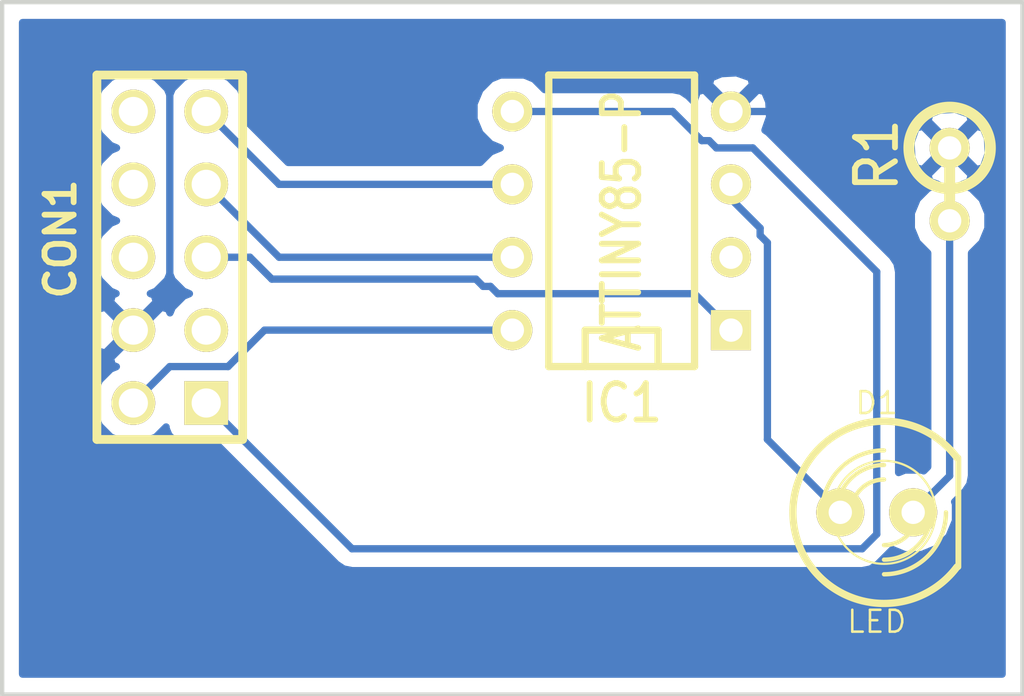
<source format=kicad_pcb>
(kicad_pcb (version 3) (host pcbnew "(2013-jul-07)-stable")

  (general
    (links 9)
    (no_connects 0)
    (area 215.646 147.066 251.46 171.45)
    (thickness 1.6)
    (drawings 4)
    (tracks 41)
    (zones 0)
    (modules 4)
    (nets 9)
  )

  (page A3)
  (layers
    (15 F.Cu signal)
    (0 B.Cu signal)
    (16 B.Adhes user)
    (17 F.Adhes user)
    (18 B.Paste user)
    (19 F.Paste user)
    (20 B.SilkS user)
    (21 F.SilkS user)
    (22 B.Mask user)
    (23 F.Mask user)
    (24 Dwgs.User user)
    (25 Cmts.User user)
    (26 Eco1.User user)
    (27 Eco2.User user)
    (28 Edge.Cuts user)
  )

  (setup
    (last_trace_width 0.254)
    (trace_clearance 0.254)
    (zone_clearance 0.508)
    (zone_45_only no)
    (trace_min 0.254)
    (segment_width 0.2)
    (edge_width 0.15)
    (via_size 0.889)
    (via_drill 0.635)
    (via_min_size 0.889)
    (via_min_drill 0.508)
    (uvia_size 0.508)
    (uvia_drill 0.127)
    (uvias_allowed no)
    (uvia_min_size 0.508)
    (uvia_min_drill 0.127)
    (pcb_text_width 0.3)
    (pcb_text_size 1.5 1.5)
    (mod_edge_width 0.15)
    (mod_text_size 1.5 1.5)
    (mod_text_width 0.15)
    (pad_size 1.524 1.524)
    (pad_drill 0.762)
    (pad_to_mask_clearance 0.2)
    (aux_axis_origin 0 0)
    (visible_elements FFFFFBBF)
    (pcbplotparams
      (layerselection 3178497)
      (usegerberextensions true)
      (excludeedgelayer true)
      (linewidth 0.100000)
      (plotframeref false)
      (viasonmask false)
      (mode 1)
      (useauxorigin false)
      (hpglpennumber 1)
      (hpglpenspeed 20)
      (hpglpendiameter 15)
      (hpglpenoverlay 2)
      (psnegative false)
      (psa4output false)
      (plotreference true)
      (plotvalue true)
      (plotothertext true)
      (plotinvisibletext false)
      (padsonsilk false)
      (subtractmaskfromsilk false)
      (outputformat 1)
      (mirror false)
      (drillshape 1)
      (scaleselection 1)
      (outputdirectory ""))
  )

  (net 0 "")
  (net 1 GND)
  (net 2 N-000001)
  (net 3 N-0000012)
  (net 4 N-000002)
  (net 5 N-000003)
  (net 6 N-000004)
  (net 7 N-000005)
  (net 8 VCC)

  (net_class Default "This is the default net class."
    (clearance 0.254)
    (trace_width 0.254)
    (via_dia 0.889)
    (via_drill 0.635)
    (uvia_dia 0.508)
    (uvia_drill 0.127)
    (add_net "")
    (add_net GND)
    (add_net N-000001)
    (add_net N-0000012)
    (add_net N-000002)
    (add_net N-000003)
    (add_net N-000004)
    (add_net N-000005)
    (add_net VCC)
  )

  (module R1   placed (layer F.Cu) (tedit 200000) (tstamp 569A259E)
    (at 248.92 153.67 270)
    (descr "Resistance verticale")
    (tags R)
    (path /569573E2)
    (autoplace_cost90 10)
    (autoplace_cost180 10)
    (fp_text reference R1 (at -1.016 2.54 270) (layer F.SilkS)
      (effects (font (size 1.397 1.27) (thickness 0.2032)))
    )
    (fp_text value 1k (at -1.143 2.54 270) (layer F.SilkS) hide
      (effects (font (size 1.397 1.27) (thickness 0.2032)))
    )
    (fp_line (start -1.27 0) (end 1.27 0) (layer F.SilkS) (width 0.381))
    (fp_circle (center -1.27 0) (end -0.635 1.27) (layer F.SilkS) (width 0.381))
    (pad 1 thru_hole circle (at -1.27 0 270) (size 1.397 1.397) (drill 0.8128)
      (layers *.Cu *.Mask F.SilkS)
      (net 1 GND)
    )
    (pad 2 thru_hole circle (at 1.27 0 270) (size 1.397 1.397) (drill 0.8128)
      (layers *.Cu *.Mask F.SilkS)
      (net 3 N-0000012)
    )
    (model discret/verti_resistor.wrl
      (at (xyz 0 0 0))
      (scale (xyz 1 1 1))
      (rotate (xyz 0 0 0))
    )
  )

  (module PIN_ARRAY_5x2   placed (layer F.Cu) (tedit 3FCF2109) (tstamp 569A2595)
    (at 221.742 156.21 90)
    (descr "Double rangee de contacts 2 x 5 pins")
    (tags CONN)
    (path /5695753F)
    (fp_text reference CON1 (at 0.635 -3.81 90) (layer F.SilkS)
      (effects (font (size 1.016 1.016) (thickness 0.2032)))
    )
    (fp_text value AVR-ISP-10 (at 0 -3.81 90) (layer F.SilkS) hide
      (effects (font (size 1.016 1.016) (thickness 0.2032)))
    )
    (fp_line (start -6.35 -2.54) (end 6.35 -2.54) (layer F.SilkS) (width 0.3048))
    (fp_line (start 6.35 -2.54) (end 6.35 2.54) (layer F.SilkS) (width 0.3048))
    (fp_line (start 6.35 2.54) (end -6.35 2.54) (layer F.SilkS) (width 0.3048))
    (fp_line (start -6.35 2.54) (end -6.35 -2.54) (layer F.SilkS) (width 0.3048))
    (pad 1 thru_hole rect (at -5.08 1.27 90) (size 1.524 1.524) (drill 1.016)
      (layers *.Cu *.Mask F.SilkS)
      (net 4 N-000002)
    )
    (pad 2 thru_hole circle (at -5.08 -1.27 90) (size 1.524 1.524) (drill 1.016)
      (layers *.Cu *.Mask F.SilkS)
      (net 8 VCC)
    )
    (pad 3 thru_hole circle (at -2.54 1.27 90) (size 1.524 1.524) (drill 1.016)
      (layers *.Cu *.Mask F.SilkS)
    )
    (pad 4 thru_hole circle (at -2.54 -1.27 90) (size 1.524 1.524) (drill 1.016)
      (layers *.Cu *.Mask F.SilkS)
      (net 1 GND)
    )
    (pad 5 thru_hole circle (at 0 1.27 90) (size 1.524 1.524) (drill 1.016)
      (layers *.Cu *.Mask F.SilkS)
      (net 7 N-000005)
    )
    (pad 6 thru_hole circle (at 0 -1.27 90) (size 1.524 1.524) (drill 1.016)
      (layers *.Cu *.Mask F.SilkS)
    )
    (pad 7 thru_hole circle (at 2.54 1.27 90) (size 1.524 1.524) (drill 1.016)
      (layers *.Cu *.Mask F.SilkS)
      (net 6 N-000004)
    )
    (pad 8 thru_hole circle (at 2.54 -1.27 90) (size 1.524 1.524) (drill 1.016)
      (layers *.Cu *.Mask F.SilkS)
    )
    (pad 9 thru_hole circle (at 5.08 1.27 90) (size 1.524 1.524) (drill 1.016)
      (layers *.Cu *.Mask F.SilkS)
      (net 5 N-000003)
    )
    (pad 10 thru_hole circle (at 5.08 -1.27 90) (size 1.524 1.524) (drill 1.016)
      (layers *.Cu *.Mask F.SilkS)
    )
    (model pin_array/pins_array_5x2.wrl
      (at (xyz 0 0 0))
      (scale (xyz 1 1 1))
      (rotate (xyz 0 0 0))
    )
  )

  (module LED-5MM   placed (layer F.Cu) (tedit 50ADE86B) (tstamp 569A287B)
    (at 246.38 165.1)
    (descr "LED 5mm - Lead pitch 100mil (2,54mm)")
    (tags "LED led 5mm 5MM 100mil 2,54mm")
    (path /569574E7)
    (fp_text reference D1 (at 0 -3.81) (layer F.SilkS)
      (effects (font (size 0.762 0.762) (thickness 0.0889)))
    )
    (fp_text value LED (at 0 3.81) (layer F.SilkS)
      (effects (font (size 0.762 0.762) (thickness 0.0889)))
    )
    (fp_line (start 2.8448 1.905) (end 2.8448 -1.905) (layer F.SilkS) (width 0.2032))
    (fp_circle (center 0.254 0) (end -1.016 1.27) (layer F.SilkS) (width 0.0762))
    (fp_arc (start 0.254 0) (end 2.794 1.905) (angle 286.2) (layer F.SilkS) (width 0.254))
    (fp_arc (start 0.254 0) (end -0.889 0) (angle 90) (layer F.SilkS) (width 0.1524))
    (fp_arc (start 0.254 0) (end 1.397 0) (angle 90) (layer F.SilkS) (width 0.1524))
    (fp_arc (start 0.254 0) (end -1.397 0) (angle 90) (layer F.SilkS) (width 0.1524))
    (fp_arc (start 0.254 0) (end 1.905 0) (angle 90) (layer F.SilkS) (width 0.1524))
    (fp_arc (start 0.254 0) (end -1.905 0) (angle 90) (layer F.SilkS) (width 0.1524))
    (fp_arc (start 0.254 0) (end 2.413 0) (angle 90) (layer F.SilkS) (width 0.1524))
    (pad 1 thru_hole circle (at -1.27 0) (size 1.6764 1.6764) (drill 0.8128)
      (layers *.Cu *.Mask F.SilkS)
      (net 2 N-000001)
    )
    (pad 2 thru_hole circle (at 1.27 0) (size 1.6764 1.6764) (drill 0.8128)
      (layers *.Cu *.Mask F.SilkS)
      (net 3 N-0000012)
    )
    (model discret/leds/led5_vertical_verde.wrl
      (at (xyz 0 0 0))
      (scale (xyz 1 1 1))
      (rotate (xyz 0 0 0))
    )
  )

  (module DIP-8__300   placed (layer F.Cu) (tedit 569A286B) (tstamp 569A2572)
    (at 237.49 154.94 90)
    (descr "8 pins DIL package, round pads")
    (tags DIL)
    (path /569574C8)
    (fp_text reference IC1 (at -6.35 0 180) (layer F.SilkS)
      (effects (font (size 1.27 1.143) (thickness 0.2032)))
    )
    (fp_text value ATTINY85-P (at 0 0 90) (layer F.SilkS)
      (effects (font (size 1.27 1.016) (thickness 0.2032)))
    )
    (fp_line (start -5.08 -1.27) (end -3.81 -1.27) (layer F.SilkS) (width 0.254))
    (fp_line (start -3.81 -1.27) (end -3.81 1.27) (layer F.SilkS) (width 0.254))
    (fp_line (start -3.81 1.27) (end -5.08 1.27) (layer F.SilkS) (width 0.254))
    (fp_line (start -5.08 -2.54) (end 5.08 -2.54) (layer F.SilkS) (width 0.254))
    (fp_line (start 5.08 -2.54) (end 5.08 2.54) (layer F.SilkS) (width 0.254))
    (fp_line (start 5.08 2.54) (end -5.08 2.54) (layer F.SilkS) (width 0.254))
    (fp_line (start -5.08 2.54) (end -5.08 -2.54) (layer F.SilkS) (width 0.254))
    (pad 1 thru_hole rect (at -3.81 3.81 90) (size 1.397 1.397) (drill 0.8128)
      (layers *.Cu *.Mask F.SilkS)
      (net 7 N-000005)
    )
    (pad 2 thru_hole circle (at -1.27 3.81 90) (size 1.397 1.397) (drill 0.8128)
      (layers *.Cu *.Mask F.SilkS)
    )
    (pad 3 thru_hole circle (at 1.27 3.81 90) (size 1.397 1.397) (drill 0.8128)
      (layers *.Cu *.Mask F.SilkS)
      (net 2 N-000001)
    )
    (pad 4 thru_hole circle (at 3.81 3.81 90) (size 1.397 1.397) (drill 0.8128)
      (layers *.Cu *.Mask F.SilkS)
      (net 1 GND)
    )
    (pad 5 thru_hole circle (at 3.81 -3.81 90) (size 1.397 1.397) (drill 0.8128)
      (layers *.Cu *.Mask F.SilkS)
      (net 4 N-000002)
    )
    (pad 6 thru_hole circle (at 1.27 -3.81 90) (size 1.397 1.397) (drill 0.8128)
      (layers *.Cu *.Mask F.SilkS)
      (net 5 N-000003)
    )
    (pad 7 thru_hole circle (at -1.27 -3.81 90) (size 1.397 1.397) (drill 0.8128)
      (layers *.Cu *.Mask F.SilkS)
      (net 6 N-000004)
    )
    (pad 8 thru_hole circle (at -3.81 -3.81 90) (size 1.397 1.397) (drill 0.8128)
      (layers *.Cu *.Mask F.SilkS)
      (net 8 VCC)
    )
    (model dil/dil_8.wrl
      (at (xyz 0 0 0))
      (scale (xyz 1 1 1))
      (rotate (xyz 0 0 0))
    )
  )

  (gr_line (start 251.46 147.32) (end 215.9 147.32) (angle 90) (layer Edge.Cuts) (width 0.15))
  (gr_line (start 251.46 171.45) (end 251.46 147.32) (angle 90) (layer Edge.Cuts) (width 0.15))
  (gr_line (start 215.9 171.45) (end 251.46 171.45) (angle 90) (layer Edge.Cuts) (width 0.15))
  (gr_line (start 215.9 147.32) (end 215.9 171.45) (angle 90) (layer Edge.Cuts) (width 0.15))

  (segment (start 241.3 151.13) (end 240.03 149.86) (width 0.254) (layer B.Cu) (net 1) (status 80000))
  (segment (start 240.03 149.86) (end 222.25 149.86) (width 0.254) (layer B.Cu) (net 1) (status 80000))
  (segment (start 222.25 149.86) (end 221.742 150.368) (width 0.254) (layer B.Cu) (net 1) (status 80000))
  (segment (start 221.742 150.368) (end 221.742 157.48) (width 0.254) (layer B.Cu) (net 1) (status 80000))
  (segment (start 221.742 157.48) (end 220.472 158.75) (width 0.254) (layer B.Cu) (net 1) (status 80000))
  (segment (start 248.92 152.4) (end 247.65 151.13) (width 0.254) (layer B.Cu) (net 1) (status 80000))
  (segment (start 247.65 151.13) (end 241.3 151.13) (width 0.254) (layer B.Cu) (net 1) (status 80000))
  (segment (start 241.3 153.67) (end 241.3 154.178) (width 0.254) (layer B.Cu) (net 2) (status 80000))
  (segment (start 241.3 154.178) (end 242.316 155.194) (width 0.254) (layer B.Cu) (net 2) (status 80000))
  (segment (start 242.316 155.194) (end 242.316 155.448) (width 0.254) (layer B.Cu) (net 2) (status 80000))
  (segment (start 242.316 155.448) (end 242.57 155.702) (width 0.254) (layer B.Cu) (net 2) (status 80000))
  (segment (start 242.57 155.702) (end 242.57 162.56) (width 0.254) (layer B.Cu) (net 2) (status 80000))
  (segment (start 242.57 162.56) (end 245.11 165.1) (width 0.254) (layer B.Cu) (net 2) (status 80000))
  (segment (start 248.92 154.94) (end 248.92 163.83) (width 0.254) (layer B.Cu) (net 3) (status 80000))
  (segment (start 248.92 163.83) (end 247.65 165.1) (width 0.254) (layer B.Cu) (net 3) (status 80000))
  (segment (start 223.012 161.29) (end 228.092 166.37) (width 0.254) (layer B.Cu) (net 4) (status 80000))
  (segment (start 228.092 166.37) (end 245.872 166.37) (width 0.254) (layer B.Cu) (net 4) (status 80000))
  (segment (start 245.872 166.37) (end 246.38 165.862) (width 0.254) (layer B.Cu) (net 4) (status 80000))
  (segment (start 246.38 165.862) (end 246.38 156.718) (width 0.254) (layer B.Cu) (net 4) (status 80000))
  (segment (start 246.38 156.718) (end 242.062 152.4) (width 0.254) (layer B.Cu) (net 4) (status 80000))
  (segment (start 242.062 152.4) (end 240.792 152.4) (width 0.254) (layer B.Cu) (net 4) (status 80000))
  (segment (start 240.792 152.4) (end 240.538 152.146) (width 0.254) (layer B.Cu) (net 4) (status 80000))
  (segment (start 240.538 152.146) (end 240.284 152.146) (width 0.254) (layer B.Cu) (net 4) (status 80000))
  (segment (start 240.284 152.146) (end 239.268 151.13) (width 0.254) (layer B.Cu) (net 4) (status 80000))
  (segment (start 239.268 151.13) (end 233.68 151.13) (width 0.254) (layer B.Cu) (net 4) (status 80000))
  (segment (start 223.012 151.13) (end 225.552 153.67) (width 0.254) (layer B.Cu) (net 5) (status 80000))
  (segment (start 225.552 153.67) (end 233.68 153.67) (width 0.254) (layer B.Cu) (net 5) (status 80000))
  (segment (start 223.012 153.67) (end 225.552 156.21) (width 0.254) (layer B.Cu) (net 6) (status 80000))
  (segment (start 225.552 156.21) (end 233.68 156.21) (width 0.254) (layer B.Cu) (net 6) (status 80000))
  (segment (start 241.3 158.75) (end 240.03 157.48) (width 0.254) (layer B.Cu) (net 7) (status 80000))
  (segment (start 240.03 157.48) (end 233.172 157.48) (width 0.254) (layer B.Cu) (net 7) (status 80000))
  (segment (start 233.172 157.48) (end 232.918 157.226) (width 0.254) (layer B.Cu) (net 7) (status 80000))
  (segment (start 232.918 157.226) (end 232.664 157.226) (width 0.254) (layer B.Cu) (net 7) (status 80000))
  (segment (start 232.664 157.226) (end 232.41 156.972) (width 0.254) (layer B.Cu) (net 7) (status 80000))
  (segment (start 232.41 156.972) (end 225.298 156.972) (width 0.254) (layer B.Cu) (net 7) (status 80000))
  (segment (start 225.298 156.972) (end 224.536 156.21) (width 0.254) (layer B.Cu) (net 7) (status 80000))
  (segment (start 224.536 156.21) (end 223.012 156.21) (width 0.254) (layer B.Cu) (net 7) (status 80000))
  (segment (start 220.472 161.29) (end 221.742 160.02) (width 0.254) (layer B.Cu) (net 8) (status 80000))
  (segment (start 221.742 160.02) (end 223.774 160.02) (width 0.254) (layer B.Cu) (net 8) (status 80000))
  (segment (start 223.774 160.02) (end 225.044 158.75) (width 0.254) (layer B.Cu) (net 8) (status 80000))
  (segment (start 225.044 158.75) (end 233.68 158.75) (width 0.254) (layer B.Cu) (net 8) (status 80000))

  (zone (net 1) (net_name GND) (layer B.Cu) (tstamp 569A2BF8) (hatch edge 0.508)
    (connect_pads (clearance 0.508))
    (min_thickness 0.254)
    (fill (arc_segments 16) (thermal_gap 0.508) (thermal_bridge_width 0.508))
    (polygon
      (pts
        (xy 251.46 171.45) (xy 215.9 171.45) (xy 215.9 147.32) (xy 251.46 147.32)
      )
    )
    (filled_polygon
      (pts
        (xy 250.75 170.74) (xy 250.265924 170.74) (xy 250.265924 152.59252) (xy 250.237146 152.062802) (xy 250.089798 151.707072)
        (xy 249.854186 151.645419) (xy 249.674581 151.825024) (xy 249.674581 151.465814) (xy 249.612928 151.230202) (xy 249.11252 151.054076)
        (xy 248.582802 151.082854) (xy 248.227072 151.230202) (xy 248.165419 151.465814) (xy 248.92 152.220395) (xy 249.674581 151.465814)
        (xy 249.674581 151.825024) (xy 249.099605 152.4) (xy 249.854186 153.154581) (xy 250.089798 153.092928) (xy 250.265924 152.59252)
        (xy 250.265924 170.74) (xy 250.25373 170.74) (xy 250.25373 154.675914) (xy 250.051145 154.18562) (xy 249.676353 153.810174)
        (xy 249.354877 153.676685) (xy 249.612928 153.569798) (xy 249.674581 153.334186) (xy 248.92 152.579605) (xy 248.740395 152.75921)
        (xy 248.740395 152.4) (xy 247.985814 151.645419) (xy 247.750202 151.707072) (xy 247.574076 152.20748) (xy 247.602854 152.737198)
        (xy 247.750202 153.092928) (xy 247.985814 153.154581) (xy 248.740395 152.4) (xy 248.740395 152.75921) (xy 248.165419 153.334186)
        (xy 248.227072 153.569798) (xy 248.506316 153.668082) (xy 248.16562 153.808855) (xy 247.790174 154.183647) (xy 247.586733 154.673587)
        (xy 247.58627 155.204086) (xy 247.788855 155.69438) (xy 248.158 156.064169) (xy 248.158 163.514369) (xy 248.015681 163.656687)
        (xy 247.944323 163.627057) (xy 247.358248 163.626546) (xy 247.142 163.715897) (xy 247.142 156.718) (xy 247.083996 156.426395)
        (xy 246.918815 156.179185) (xy 242.600815 151.861185) (xy 242.483842 151.783026) (xy 242.483842 151.783025) (xy 242.645924 151.32252)
        (xy 242.617146 150.792802) (xy 242.469798 150.437072) (xy 242.234186 150.375419) (xy 242.054581 150.555024) (xy 242.054581 150.195814)
        (xy 241.992928 149.960202) (xy 241.49252 149.784076) (xy 240.962802 149.812854) (xy 240.607072 149.960202) (xy 240.545419 150.195814)
        (xy 241.3 150.950395) (xy 242.054581 150.195814) (xy 242.054581 150.555024) (xy 241.479605 151.13) (xy 241.493747 151.144142)
        (xy 241.314142 151.323747) (xy 241.3 151.309605) (xy 241.285857 151.323747) (xy 241.106252 151.144142) (xy 241.120395 151.13)
        (xy 240.365814 150.375419) (xy 240.130202 150.437072) (xy 240.005891 150.790261) (xy 239.806815 150.591185) (xy 239.559605 150.426004)
        (xy 239.268 150.368) (xy 234.803538 150.368) (xy 234.436353 150.000174) (xy 233.946413 149.796733) (xy 233.415914 149.79627)
        (xy 232.92562 149.998855) (xy 232.550174 150.373647) (xy 232.346733 150.863587) (xy 232.34627 151.394086) (xy 232.548855 151.88438)
        (xy 232.923647 152.259826) (xy 233.261448 152.400093) (xy 232.92562 152.538855) (xy 232.55583 152.908) (xy 225.86763 152.908)
        (xy 224.397012 151.437381) (xy 224.408756 151.409099) (xy 224.409241 150.853339) (xy 224.197009 150.339697) (xy 223.80437 149.946372)
        (xy 223.291099 149.733244) (xy 222.735339 149.732759) (xy 222.221697 149.944991) (xy 221.828372 150.33763) (xy 221.74205 150.545514)
        (xy 221.657009 150.339697) (xy 221.26437 149.946372) (xy 220.751099 149.733244) (xy 220.195339 149.732759) (xy 219.681697 149.944991)
        (xy 219.288372 150.33763) (xy 219.075244 150.850901) (xy 219.074759 151.406661) (xy 219.286991 151.920303) (xy 219.67963 152.313628)
        (xy 219.887514 152.399949) (xy 219.681697 152.484991) (xy 219.288372 152.87763) (xy 219.075244 153.390901) (xy 219.074759 153.946661)
        (xy 219.286991 154.460303) (xy 219.67963 154.853628) (xy 219.887514 154.939949) (xy 219.681697 155.024991) (xy 219.288372 155.41763)
        (xy 219.075244 155.930901) (xy 219.074759 156.486661) (xy 219.286991 157.000303) (xy 219.67963 157.393628) (xy 219.87173 157.473394)
        (xy 219.740858 157.527604) (xy 219.671393 157.769788) (xy 220.472 158.570395) (xy 221.272607 157.769788) (xy 221.203142 157.527604)
        (xy 221.062678 157.477491) (xy 221.262303 157.395009) (xy 221.655628 157.00237) (xy 221.741949 156.794485) (xy 221.826991 157.000303)
        (xy 222.21963 157.393628) (xy 222.427514 157.479949) (xy 222.221697 157.564991) (xy 221.828372 157.95763) (xy 221.748605 158.14973)
        (xy 221.694396 158.018858) (xy 221.452212 157.949393) (xy 220.651605 158.75) (xy 220.665747 158.764142) (xy 220.486142 158.943747)
        (xy 220.472 158.929605) (xy 220.292395 159.10921) (xy 220.292395 158.75) (xy 219.491788 157.949393) (xy 219.249604 158.018858)
        (xy 219.062857 158.542304) (xy 219.09064 159.097369) (xy 219.249604 159.481142) (xy 219.491788 159.550607) (xy 220.292395 158.75)
        (xy 220.292395 159.10921) (xy 219.671393 159.730212) (xy 219.740858 159.972396) (xy 219.881321 160.022508) (xy 219.681697 160.104991)
        (xy 219.288372 160.49763) (xy 219.075244 161.010901) (xy 219.074759 161.566661) (xy 219.286991 162.080303) (xy 219.67963 162.473628)
        (xy 220.192901 162.686756) (xy 220.748661 162.687241) (xy 221.262303 162.475009) (xy 221.61489 162.123036) (xy 221.61489 162.177755)
        (xy 221.711359 162.411229) (xy 221.889832 162.590013) (xy 222.123136 162.686889) (xy 222.375755 162.68711) (xy 223.331479 162.68711)
        (xy 227.553184 166.908815) (xy 227.553185 166.908815) (xy 227.800395 167.073996) (xy 228.091999 167.131999) (xy 228.092 167.132)
        (xy 245.872 167.132) (xy 245.872 167.131999) (xy 246.163604 167.073996) (xy 246.163605 167.073996) (xy 246.410815 166.908815)
        (xy 246.918815 166.400816) (xy 246.918815 166.400815) (xy 246.923665 166.393556) (xy 247.355677 166.572943) (xy 247.941752 166.573454)
        (xy 248.48341 166.349646) (xy 248.898189 165.93559) (xy 249.122943 165.394323) (xy 249.123454 164.808248) (xy 249.093025 164.734605)
        (xy 249.458815 164.368816) (xy 249.458815 164.368815) (xy 249.623996 164.121605) (xy 249.681999 163.83) (xy 249.682 163.83)
        (xy 249.682 156.063538) (xy 250.049826 155.696353) (xy 250.253267 155.206413) (xy 250.25373 154.675914) (xy 250.25373 170.74)
        (xy 216.61 170.74) (xy 216.61 148.03) (xy 250.75 148.03) (xy 250.75 170.74)
      )
    )
  )
)

</source>
